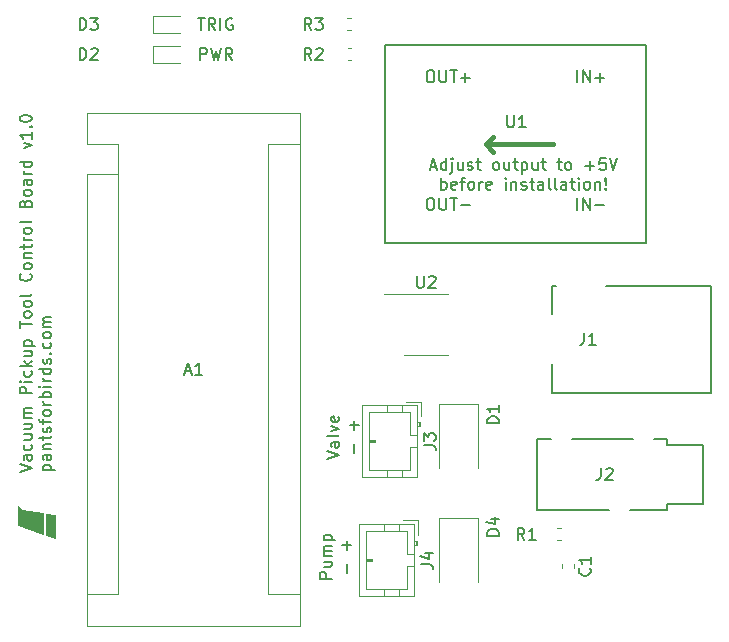
<source format=gbr>
G04 #@! TF.GenerationSoftware,KiCad,Pcbnew,(5.1.4-0)*
G04 #@! TF.CreationDate,2019-09-03T17:01:46-05:00*
G04 #@! TF.ProjectId,vacuum_pickup_tool,76616375-756d-45f7-9069-636b75705f74,rev?*
G04 #@! TF.SameCoordinates,Original*
G04 #@! TF.FileFunction,Legend,Top*
G04 #@! TF.FilePolarity,Positive*
%FSLAX46Y46*%
G04 Gerber Fmt 4.6, Leading zero omitted, Abs format (unit mm)*
G04 Created by KiCad (PCBNEW (5.1.4-0)) date 2019-09-03 17:01:46*
%MOMM*%
%LPD*%
G04 APERTURE LIST*
%ADD10C,0.150000*%
%ADD11C,0.100000*%
%ADD12C,0.120000*%
%ADD13C,0.400000*%
G04 APERTURE END LIST*
D10*
X33417857Y-14581666D02*
X33894047Y-14581666D01*
X33322619Y-14867380D02*
X33655952Y-13867380D01*
X33989285Y-14867380D01*
X34751190Y-14867380D02*
X34751190Y-13867380D01*
X34751190Y-14819761D02*
X34655952Y-14867380D01*
X34465476Y-14867380D01*
X34370238Y-14819761D01*
X34322619Y-14772142D01*
X34275000Y-14676904D01*
X34275000Y-14391190D01*
X34322619Y-14295952D01*
X34370238Y-14248333D01*
X34465476Y-14200714D01*
X34655952Y-14200714D01*
X34751190Y-14248333D01*
X35227380Y-14200714D02*
X35227380Y-15057857D01*
X35179761Y-15153095D01*
X35084523Y-15200714D01*
X35036904Y-15200714D01*
X35227380Y-13867380D02*
X35179761Y-13915000D01*
X35227380Y-13962619D01*
X35275000Y-13915000D01*
X35227380Y-13867380D01*
X35227380Y-13962619D01*
X36132142Y-14200714D02*
X36132142Y-14867380D01*
X35703571Y-14200714D02*
X35703571Y-14724523D01*
X35751190Y-14819761D01*
X35846428Y-14867380D01*
X35989285Y-14867380D01*
X36084523Y-14819761D01*
X36132142Y-14772142D01*
X36560714Y-14819761D02*
X36655952Y-14867380D01*
X36846428Y-14867380D01*
X36941666Y-14819761D01*
X36989285Y-14724523D01*
X36989285Y-14676904D01*
X36941666Y-14581666D01*
X36846428Y-14534047D01*
X36703571Y-14534047D01*
X36608333Y-14486428D01*
X36560714Y-14391190D01*
X36560714Y-14343571D01*
X36608333Y-14248333D01*
X36703571Y-14200714D01*
X36846428Y-14200714D01*
X36941666Y-14248333D01*
X37275000Y-14200714D02*
X37655952Y-14200714D01*
X37417857Y-13867380D02*
X37417857Y-14724523D01*
X37465476Y-14819761D01*
X37560714Y-14867380D01*
X37655952Y-14867380D01*
X38894047Y-14867380D02*
X38798809Y-14819761D01*
X38751190Y-14772142D01*
X38703571Y-14676904D01*
X38703571Y-14391190D01*
X38751190Y-14295952D01*
X38798809Y-14248333D01*
X38894047Y-14200714D01*
X39036904Y-14200714D01*
X39132142Y-14248333D01*
X39179761Y-14295952D01*
X39227380Y-14391190D01*
X39227380Y-14676904D01*
X39179761Y-14772142D01*
X39132142Y-14819761D01*
X39036904Y-14867380D01*
X38894047Y-14867380D01*
X40084523Y-14200714D02*
X40084523Y-14867380D01*
X39655952Y-14200714D02*
X39655952Y-14724523D01*
X39703571Y-14819761D01*
X39798809Y-14867380D01*
X39941666Y-14867380D01*
X40036904Y-14819761D01*
X40084523Y-14772142D01*
X40417857Y-14200714D02*
X40798809Y-14200714D01*
X40560714Y-13867380D02*
X40560714Y-14724523D01*
X40608333Y-14819761D01*
X40703571Y-14867380D01*
X40798809Y-14867380D01*
X41132142Y-14200714D02*
X41132142Y-15200714D01*
X41132142Y-14248333D02*
X41227380Y-14200714D01*
X41417857Y-14200714D01*
X41513095Y-14248333D01*
X41560714Y-14295952D01*
X41608333Y-14391190D01*
X41608333Y-14676904D01*
X41560714Y-14772142D01*
X41513095Y-14819761D01*
X41417857Y-14867380D01*
X41227380Y-14867380D01*
X41132142Y-14819761D01*
X42465476Y-14200714D02*
X42465476Y-14867380D01*
X42036904Y-14200714D02*
X42036904Y-14724523D01*
X42084523Y-14819761D01*
X42179761Y-14867380D01*
X42322619Y-14867380D01*
X42417857Y-14819761D01*
X42465476Y-14772142D01*
X42798809Y-14200714D02*
X43179761Y-14200714D01*
X42941666Y-13867380D02*
X42941666Y-14724523D01*
X42989285Y-14819761D01*
X43084523Y-14867380D01*
X43179761Y-14867380D01*
X44132142Y-14200714D02*
X44513095Y-14200714D01*
X44275000Y-13867380D02*
X44275000Y-14724523D01*
X44322619Y-14819761D01*
X44417857Y-14867380D01*
X44513095Y-14867380D01*
X44989285Y-14867380D02*
X44894047Y-14819761D01*
X44846428Y-14772142D01*
X44798809Y-14676904D01*
X44798809Y-14391190D01*
X44846428Y-14295952D01*
X44894047Y-14248333D01*
X44989285Y-14200714D01*
X45132142Y-14200714D01*
X45227380Y-14248333D01*
X45275000Y-14295952D01*
X45322619Y-14391190D01*
X45322619Y-14676904D01*
X45275000Y-14772142D01*
X45227380Y-14819761D01*
X45132142Y-14867380D01*
X44989285Y-14867380D01*
X46513095Y-14486428D02*
X47275000Y-14486428D01*
X46894047Y-14867380D02*
X46894047Y-14105476D01*
X48227380Y-13867380D02*
X47751190Y-13867380D01*
X47703571Y-14343571D01*
X47751190Y-14295952D01*
X47846428Y-14248333D01*
X48084523Y-14248333D01*
X48179761Y-14295952D01*
X48227380Y-14343571D01*
X48275000Y-14438809D01*
X48275000Y-14676904D01*
X48227380Y-14772142D01*
X48179761Y-14819761D01*
X48084523Y-14867380D01*
X47846428Y-14867380D01*
X47751190Y-14819761D01*
X47703571Y-14772142D01*
X48560714Y-13867380D02*
X48894047Y-14867380D01*
X49227380Y-13867380D01*
X34298809Y-16517380D02*
X34298809Y-15517380D01*
X34298809Y-15898333D02*
X34394047Y-15850714D01*
X34584523Y-15850714D01*
X34679761Y-15898333D01*
X34727380Y-15945952D01*
X34775000Y-16041190D01*
X34775000Y-16326904D01*
X34727380Y-16422142D01*
X34679761Y-16469761D01*
X34584523Y-16517380D01*
X34394047Y-16517380D01*
X34298809Y-16469761D01*
X35584523Y-16469761D02*
X35489285Y-16517380D01*
X35298809Y-16517380D01*
X35203571Y-16469761D01*
X35155952Y-16374523D01*
X35155952Y-15993571D01*
X35203571Y-15898333D01*
X35298809Y-15850714D01*
X35489285Y-15850714D01*
X35584523Y-15898333D01*
X35632142Y-15993571D01*
X35632142Y-16088809D01*
X35155952Y-16184047D01*
X35917857Y-15850714D02*
X36298809Y-15850714D01*
X36060714Y-16517380D02*
X36060714Y-15660238D01*
X36108333Y-15565000D01*
X36203571Y-15517380D01*
X36298809Y-15517380D01*
X36775000Y-16517380D02*
X36679761Y-16469761D01*
X36632142Y-16422142D01*
X36584523Y-16326904D01*
X36584523Y-16041190D01*
X36632142Y-15945952D01*
X36679761Y-15898333D01*
X36775000Y-15850714D01*
X36917857Y-15850714D01*
X37013095Y-15898333D01*
X37060714Y-15945952D01*
X37108333Y-16041190D01*
X37108333Y-16326904D01*
X37060714Y-16422142D01*
X37013095Y-16469761D01*
X36917857Y-16517380D01*
X36775000Y-16517380D01*
X37536904Y-16517380D02*
X37536904Y-15850714D01*
X37536904Y-16041190D02*
X37584523Y-15945952D01*
X37632142Y-15898333D01*
X37727380Y-15850714D01*
X37822619Y-15850714D01*
X38536904Y-16469761D02*
X38441666Y-16517380D01*
X38251190Y-16517380D01*
X38155952Y-16469761D01*
X38108333Y-16374523D01*
X38108333Y-15993571D01*
X38155952Y-15898333D01*
X38251190Y-15850714D01*
X38441666Y-15850714D01*
X38536904Y-15898333D01*
X38584523Y-15993571D01*
X38584523Y-16088809D01*
X38108333Y-16184047D01*
X39775000Y-16517380D02*
X39775000Y-15850714D01*
X39775000Y-15517380D02*
X39727380Y-15565000D01*
X39775000Y-15612619D01*
X39822619Y-15565000D01*
X39775000Y-15517380D01*
X39775000Y-15612619D01*
X40251190Y-15850714D02*
X40251190Y-16517380D01*
X40251190Y-15945952D02*
X40298809Y-15898333D01*
X40394047Y-15850714D01*
X40536904Y-15850714D01*
X40632142Y-15898333D01*
X40679761Y-15993571D01*
X40679761Y-16517380D01*
X41108333Y-16469761D02*
X41203571Y-16517380D01*
X41394047Y-16517380D01*
X41489285Y-16469761D01*
X41536904Y-16374523D01*
X41536904Y-16326904D01*
X41489285Y-16231666D01*
X41394047Y-16184047D01*
X41251190Y-16184047D01*
X41155952Y-16136428D01*
X41108333Y-16041190D01*
X41108333Y-15993571D01*
X41155952Y-15898333D01*
X41251190Y-15850714D01*
X41394047Y-15850714D01*
X41489285Y-15898333D01*
X41822619Y-15850714D02*
X42203571Y-15850714D01*
X41965476Y-15517380D02*
X41965476Y-16374523D01*
X42013095Y-16469761D01*
X42108333Y-16517380D01*
X42203571Y-16517380D01*
X42965476Y-16517380D02*
X42965476Y-15993571D01*
X42917857Y-15898333D01*
X42822619Y-15850714D01*
X42632142Y-15850714D01*
X42536904Y-15898333D01*
X42965476Y-16469761D02*
X42870238Y-16517380D01*
X42632142Y-16517380D01*
X42536904Y-16469761D01*
X42489285Y-16374523D01*
X42489285Y-16279285D01*
X42536904Y-16184047D01*
X42632142Y-16136428D01*
X42870238Y-16136428D01*
X42965476Y-16088809D01*
X43584523Y-16517380D02*
X43489285Y-16469761D01*
X43441666Y-16374523D01*
X43441666Y-15517380D01*
X44108333Y-16517380D02*
X44013095Y-16469761D01*
X43965476Y-16374523D01*
X43965476Y-15517380D01*
X44917857Y-16517380D02*
X44917857Y-15993571D01*
X44870238Y-15898333D01*
X44775000Y-15850714D01*
X44584523Y-15850714D01*
X44489285Y-15898333D01*
X44917857Y-16469761D02*
X44822619Y-16517380D01*
X44584523Y-16517380D01*
X44489285Y-16469761D01*
X44441666Y-16374523D01*
X44441666Y-16279285D01*
X44489285Y-16184047D01*
X44584523Y-16136428D01*
X44822619Y-16136428D01*
X44917857Y-16088809D01*
X45251190Y-15850714D02*
X45632142Y-15850714D01*
X45394047Y-15517380D02*
X45394047Y-16374523D01*
X45441666Y-16469761D01*
X45536904Y-16517380D01*
X45632142Y-16517380D01*
X45965476Y-16517380D02*
X45965476Y-15850714D01*
X45965476Y-15517380D02*
X45917857Y-15565000D01*
X45965476Y-15612619D01*
X46013095Y-15565000D01*
X45965476Y-15517380D01*
X45965476Y-15612619D01*
X46584523Y-16517380D02*
X46489285Y-16469761D01*
X46441666Y-16422142D01*
X46394047Y-16326904D01*
X46394047Y-16041190D01*
X46441666Y-15945952D01*
X46489285Y-15898333D01*
X46584523Y-15850714D01*
X46727380Y-15850714D01*
X46822619Y-15898333D01*
X46870238Y-15945952D01*
X46917857Y-16041190D01*
X46917857Y-16326904D01*
X46870238Y-16422142D01*
X46822619Y-16469761D01*
X46727380Y-16517380D01*
X46584523Y-16517380D01*
X47346428Y-15850714D02*
X47346428Y-16517380D01*
X47346428Y-15945952D02*
X47394047Y-15898333D01*
X47489285Y-15850714D01*
X47632142Y-15850714D01*
X47727380Y-15898333D01*
X47775000Y-15993571D01*
X47775000Y-16517380D01*
X48251190Y-16422142D02*
X48298809Y-16469761D01*
X48251190Y-16517380D01*
X48203571Y-16469761D01*
X48251190Y-16422142D01*
X48251190Y-16517380D01*
X48251190Y-16136428D02*
X48203571Y-15565000D01*
X48251190Y-15517380D01*
X48298809Y-15565000D01*
X48251190Y-16136428D01*
X48251190Y-15517380D01*
X-1372619Y-40447261D02*
X-372619Y-40113928D01*
X-1372619Y-39780595D01*
X-372619Y-39018690D02*
X-896428Y-39018690D01*
X-991666Y-39066309D01*
X-1039285Y-39161547D01*
X-1039285Y-39352023D01*
X-991666Y-39447261D01*
X-420238Y-39018690D02*
X-372619Y-39113928D01*
X-372619Y-39352023D01*
X-420238Y-39447261D01*
X-515476Y-39494880D01*
X-610714Y-39494880D01*
X-705952Y-39447261D01*
X-753571Y-39352023D01*
X-753571Y-39113928D01*
X-801190Y-39018690D01*
X-420238Y-38113928D02*
X-372619Y-38209166D01*
X-372619Y-38399642D01*
X-420238Y-38494880D01*
X-467857Y-38542500D01*
X-563095Y-38590119D01*
X-848809Y-38590119D01*
X-944047Y-38542500D01*
X-991666Y-38494880D01*
X-1039285Y-38399642D01*
X-1039285Y-38209166D01*
X-991666Y-38113928D01*
X-1039285Y-37256785D02*
X-372619Y-37256785D01*
X-1039285Y-37685357D02*
X-515476Y-37685357D01*
X-420238Y-37637738D01*
X-372619Y-37542500D01*
X-372619Y-37399642D01*
X-420238Y-37304404D01*
X-467857Y-37256785D01*
X-1039285Y-36352023D02*
X-372619Y-36352023D01*
X-1039285Y-36780595D02*
X-515476Y-36780595D01*
X-420238Y-36732976D01*
X-372619Y-36637738D01*
X-372619Y-36494880D01*
X-420238Y-36399642D01*
X-467857Y-36352023D01*
X-372619Y-35875833D02*
X-1039285Y-35875833D01*
X-944047Y-35875833D02*
X-991666Y-35828214D01*
X-1039285Y-35732976D01*
X-1039285Y-35590119D01*
X-991666Y-35494880D01*
X-896428Y-35447261D01*
X-372619Y-35447261D01*
X-896428Y-35447261D02*
X-991666Y-35399642D01*
X-1039285Y-35304404D01*
X-1039285Y-35161547D01*
X-991666Y-35066309D01*
X-896428Y-35018690D01*
X-372619Y-35018690D01*
X-372619Y-33780595D02*
X-1372619Y-33780595D01*
X-1372619Y-33399642D01*
X-1324999Y-33304404D01*
X-1277380Y-33256785D01*
X-1182142Y-33209166D01*
X-1039285Y-33209166D01*
X-944047Y-33256785D01*
X-896428Y-33304404D01*
X-848809Y-33399642D01*
X-848809Y-33780595D01*
X-372619Y-32780595D02*
X-1039285Y-32780595D01*
X-1372619Y-32780595D02*
X-1324999Y-32828214D01*
X-1277380Y-32780595D01*
X-1324999Y-32732976D01*
X-1372619Y-32780595D01*
X-1277380Y-32780595D01*
X-420238Y-31875833D02*
X-372619Y-31971071D01*
X-372619Y-32161547D01*
X-420238Y-32256785D01*
X-467857Y-32304404D01*
X-563095Y-32352023D01*
X-848809Y-32352023D01*
X-944047Y-32304404D01*
X-991666Y-32256785D01*
X-1039285Y-32161547D01*
X-1039285Y-31971071D01*
X-991666Y-31875833D01*
X-372619Y-31447261D02*
X-1372619Y-31447261D01*
X-753571Y-31352023D02*
X-372619Y-31066309D01*
X-1039285Y-31066309D02*
X-658333Y-31447261D01*
X-1039285Y-30209166D02*
X-372619Y-30209166D01*
X-1039285Y-30637738D02*
X-515476Y-30637738D01*
X-420238Y-30590119D01*
X-372619Y-30494880D01*
X-372619Y-30352023D01*
X-420238Y-30256785D01*
X-467857Y-30209166D01*
X-1039285Y-29732976D02*
X-39285Y-29732976D01*
X-991666Y-29732976D02*
X-1039285Y-29637738D01*
X-1039285Y-29447261D01*
X-991666Y-29352023D01*
X-944047Y-29304404D01*
X-848809Y-29256785D01*
X-563095Y-29256785D01*
X-467857Y-29304404D01*
X-420238Y-29352023D01*
X-372619Y-29447261D01*
X-372619Y-29637738D01*
X-420238Y-29732976D01*
X-1372619Y-28209166D02*
X-1372619Y-27637738D01*
X-372619Y-27923452D02*
X-1372619Y-27923452D01*
X-372619Y-27161547D02*
X-420238Y-27256785D01*
X-467857Y-27304404D01*
X-563095Y-27352023D01*
X-848809Y-27352023D01*
X-944047Y-27304404D01*
X-991666Y-27256785D01*
X-1039285Y-27161547D01*
X-1039285Y-27018690D01*
X-991666Y-26923452D01*
X-944047Y-26875833D01*
X-848809Y-26828214D01*
X-563095Y-26828214D01*
X-467857Y-26875833D01*
X-420238Y-26923452D01*
X-372619Y-27018690D01*
X-372619Y-27161547D01*
X-372619Y-26256785D02*
X-420238Y-26352023D01*
X-467857Y-26399642D01*
X-563095Y-26447261D01*
X-848809Y-26447261D01*
X-944047Y-26399642D01*
X-991666Y-26352023D01*
X-1039285Y-26256785D01*
X-1039285Y-26113928D01*
X-991666Y-26018690D01*
X-944047Y-25971071D01*
X-848809Y-25923452D01*
X-563095Y-25923452D01*
X-467857Y-25971071D01*
X-420238Y-26018690D01*
X-372619Y-26113928D01*
X-372619Y-26256785D01*
X-372619Y-25352023D02*
X-420238Y-25447261D01*
X-515476Y-25494880D01*
X-1372619Y-25494880D01*
X-467857Y-23637738D02*
X-420238Y-23685357D01*
X-372619Y-23828214D01*
X-372619Y-23923452D01*
X-420238Y-24066309D01*
X-515476Y-24161547D01*
X-610714Y-24209166D01*
X-801190Y-24256785D01*
X-944047Y-24256785D01*
X-1134523Y-24209166D01*
X-1229761Y-24161547D01*
X-1324999Y-24066309D01*
X-1372619Y-23923452D01*
X-1372619Y-23828214D01*
X-1324999Y-23685357D01*
X-1277380Y-23637738D01*
X-372619Y-23066309D02*
X-420238Y-23161547D01*
X-467857Y-23209166D01*
X-563095Y-23256785D01*
X-848809Y-23256785D01*
X-944047Y-23209166D01*
X-991666Y-23161547D01*
X-1039285Y-23066309D01*
X-1039285Y-22923452D01*
X-991666Y-22828214D01*
X-944047Y-22780595D01*
X-848809Y-22732976D01*
X-563095Y-22732976D01*
X-467857Y-22780595D01*
X-420238Y-22828214D01*
X-372619Y-22923452D01*
X-372619Y-23066309D01*
X-1039285Y-22304404D02*
X-372619Y-22304404D01*
X-944047Y-22304404D02*
X-991666Y-22256785D01*
X-1039285Y-22161547D01*
X-1039285Y-22018690D01*
X-991666Y-21923452D01*
X-896428Y-21875833D01*
X-372619Y-21875833D01*
X-1039285Y-21542500D02*
X-1039285Y-21161547D01*
X-1372619Y-21399642D02*
X-515476Y-21399642D01*
X-420238Y-21352023D01*
X-372619Y-21256785D01*
X-372619Y-21161547D01*
X-372619Y-20828214D02*
X-1039285Y-20828214D01*
X-848809Y-20828214D02*
X-944047Y-20780595D01*
X-991666Y-20732976D01*
X-1039285Y-20637738D01*
X-1039285Y-20542500D01*
X-372619Y-20066309D02*
X-420238Y-20161547D01*
X-467857Y-20209166D01*
X-563095Y-20256785D01*
X-848809Y-20256785D01*
X-944047Y-20209166D01*
X-991666Y-20161547D01*
X-1039285Y-20066309D01*
X-1039285Y-19923452D01*
X-991666Y-19828214D01*
X-944047Y-19780595D01*
X-848809Y-19732976D01*
X-563095Y-19732976D01*
X-467857Y-19780595D01*
X-420238Y-19828214D01*
X-372619Y-19923452D01*
X-372619Y-20066309D01*
X-372619Y-19161547D02*
X-420238Y-19256785D01*
X-515476Y-19304404D01*
X-1372619Y-19304404D01*
X-896428Y-17685357D02*
X-848809Y-17542500D01*
X-801190Y-17494880D01*
X-705952Y-17447261D01*
X-563095Y-17447261D01*
X-467857Y-17494880D01*
X-420238Y-17542500D01*
X-372619Y-17637738D01*
X-372619Y-18018690D01*
X-1372619Y-18018690D01*
X-1372619Y-17685357D01*
X-1324999Y-17590119D01*
X-1277380Y-17542500D01*
X-1182142Y-17494880D01*
X-1086904Y-17494880D01*
X-991666Y-17542500D01*
X-944047Y-17590119D01*
X-896428Y-17685357D01*
X-896428Y-18018690D01*
X-372619Y-16875833D02*
X-420238Y-16971071D01*
X-467857Y-17018690D01*
X-563095Y-17066309D01*
X-848809Y-17066309D01*
X-944047Y-17018690D01*
X-991666Y-16971071D01*
X-1039285Y-16875833D01*
X-1039285Y-16732976D01*
X-991666Y-16637738D01*
X-944047Y-16590119D01*
X-848809Y-16542500D01*
X-563095Y-16542500D01*
X-467857Y-16590119D01*
X-420238Y-16637738D01*
X-372619Y-16732976D01*
X-372619Y-16875833D01*
X-372619Y-15685357D02*
X-896428Y-15685357D01*
X-991666Y-15732976D01*
X-1039285Y-15828214D01*
X-1039285Y-16018690D01*
X-991666Y-16113928D01*
X-420238Y-15685357D02*
X-372619Y-15780595D01*
X-372619Y-16018690D01*
X-420238Y-16113928D01*
X-515476Y-16161547D01*
X-610714Y-16161547D01*
X-705952Y-16113928D01*
X-753571Y-16018690D01*
X-753571Y-15780595D01*
X-801190Y-15685357D01*
X-372619Y-15209166D02*
X-1039285Y-15209166D01*
X-848809Y-15209166D02*
X-944047Y-15161547D01*
X-991666Y-15113928D01*
X-1039285Y-15018690D01*
X-1039285Y-14923452D01*
X-372619Y-14161547D02*
X-1372619Y-14161547D01*
X-420238Y-14161547D02*
X-372619Y-14256785D01*
X-372619Y-14447261D01*
X-420238Y-14542500D01*
X-467857Y-14590119D01*
X-563095Y-14637738D01*
X-848809Y-14637738D01*
X-944047Y-14590119D01*
X-991666Y-14542500D01*
X-1039285Y-14447261D01*
X-1039285Y-14256785D01*
X-991666Y-14161547D01*
X-1039285Y-13018690D02*
X-372619Y-12780595D01*
X-1039285Y-12542500D01*
X-372619Y-11637738D02*
X-372619Y-12209166D01*
X-372619Y-11923452D02*
X-1372619Y-11923452D01*
X-1229761Y-12018690D01*
X-1134523Y-12113928D01*
X-1086904Y-12209166D01*
X-467857Y-11209166D02*
X-420238Y-11161547D01*
X-372619Y-11209166D01*
X-420238Y-11256785D01*
X-467857Y-11209166D01*
X-372619Y-11209166D01*
X-1372619Y-10542500D02*
X-1372619Y-10447261D01*
X-1324999Y-10352023D01*
X-1277380Y-10304404D01*
X-1182142Y-10256785D01*
X-991666Y-10209166D01*
X-753571Y-10209166D01*
X-563095Y-10256785D01*
X-467857Y-10304404D01*
X-420238Y-10352023D01*
X-372619Y-10447261D01*
X-372619Y-10542500D01*
X-420238Y-10637738D01*
X-467857Y-10685357D01*
X-563095Y-10732976D01*
X-753571Y-10780595D01*
X-991666Y-10780595D01*
X-1182142Y-10732976D01*
X-1277380Y-10685357D01*
X-1324999Y-10637738D01*
X-1372619Y-10542500D01*
X610714Y-40304404D02*
X1610714Y-40304404D01*
X658333Y-40304404D02*
X610714Y-40209166D01*
X610714Y-40018690D01*
X658333Y-39923452D01*
X705952Y-39875833D01*
X801190Y-39828214D01*
X1086904Y-39828214D01*
X1182142Y-39875833D01*
X1229761Y-39923452D01*
X1277380Y-40018690D01*
X1277380Y-40209166D01*
X1229761Y-40304404D01*
X1277380Y-38971071D02*
X753571Y-38971071D01*
X658333Y-39018690D01*
X610714Y-39113928D01*
X610714Y-39304404D01*
X658333Y-39399642D01*
X1229761Y-38971071D02*
X1277380Y-39066309D01*
X1277380Y-39304404D01*
X1229761Y-39399642D01*
X1134523Y-39447261D01*
X1039285Y-39447261D01*
X944047Y-39399642D01*
X896428Y-39304404D01*
X896428Y-39066309D01*
X848809Y-38971071D01*
X610714Y-38494880D02*
X1277380Y-38494880D01*
X705952Y-38494880D02*
X658333Y-38447261D01*
X610714Y-38352023D01*
X610714Y-38209166D01*
X658333Y-38113928D01*
X753571Y-38066309D01*
X1277380Y-38066309D01*
X610714Y-37732976D02*
X610714Y-37352023D01*
X277380Y-37590119D02*
X1134523Y-37590119D01*
X1229761Y-37542500D01*
X1277380Y-37447261D01*
X1277380Y-37352023D01*
X1229761Y-37066309D02*
X1277380Y-36971071D01*
X1277380Y-36780595D01*
X1229761Y-36685357D01*
X1134523Y-36637738D01*
X1086904Y-36637738D01*
X991666Y-36685357D01*
X944047Y-36780595D01*
X944047Y-36923452D01*
X896428Y-37018690D01*
X801190Y-37066309D01*
X753571Y-37066309D01*
X658333Y-37018690D01*
X610714Y-36923452D01*
X610714Y-36780595D01*
X658333Y-36685357D01*
X610714Y-36352023D02*
X610714Y-35971071D01*
X1277380Y-36209166D02*
X420238Y-36209166D01*
X325000Y-36161547D01*
X277380Y-36066309D01*
X277380Y-35971071D01*
X1277380Y-35494880D02*
X1229761Y-35590119D01*
X1182142Y-35637738D01*
X1086904Y-35685357D01*
X801190Y-35685357D01*
X705952Y-35637738D01*
X658333Y-35590119D01*
X610714Y-35494880D01*
X610714Y-35352023D01*
X658333Y-35256785D01*
X705952Y-35209166D01*
X801190Y-35161547D01*
X1086904Y-35161547D01*
X1182142Y-35209166D01*
X1229761Y-35256785D01*
X1277380Y-35352023D01*
X1277380Y-35494880D01*
X1277380Y-34732976D02*
X610714Y-34732976D01*
X801190Y-34732976D02*
X705952Y-34685357D01*
X658333Y-34637738D01*
X610714Y-34542500D01*
X610714Y-34447261D01*
X1277380Y-34113928D02*
X277380Y-34113928D01*
X658333Y-34113928D02*
X610714Y-34018690D01*
X610714Y-33828214D01*
X658333Y-33732976D01*
X705952Y-33685357D01*
X801190Y-33637738D01*
X1086904Y-33637738D01*
X1182142Y-33685357D01*
X1229761Y-33732976D01*
X1277380Y-33828214D01*
X1277380Y-34018690D01*
X1229761Y-34113928D01*
X1277380Y-33209166D02*
X610714Y-33209166D01*
X277380Y-33209166D02*
X325000Y-33256785D01*
X372619Y-33209166D01*
X325000Y-33161547D01*
X277380Y-33209166D01*
X372619Y-33209166D01*
X1277380Y-32732976D02*
X610714Y-32732976D01*
X801190Y-32732976D02*
X705952Y-32685357D01*
X658333Y-32637738D01*
X610714Y-32542500D01*
X610714Y-32447261D01*
X1277380Y-31685357D02*
X277380Y-31685357D01*
X1229761Y-31685357D02*
X1277380Y-31780595D01*
X1277380Y-31971071D01*
X1229761Y-32066309D01*
X1182142Y-32113928D01*
X1086904Y-32161547D01*
X801190Y-32161547D01*
X705952Y-32113928D01*
X658333Y-32066309D01*
X610714Y-31971071D01*
X610714Y-31780595D01*
X658333Y-31685357D01*
X1229761Y-31256785D02*
X1277380Y-31161547D01*
X1277380Y-30971071D01*
X1229761Y-30875833D01*
X1134523Y-30828214D01*
X1086904Y-30828214D01*
X991666Y-30875833D01*
X944047Y-30971071D01*
X944047Y-31113928D01*
X896428Y-31209166D01*
X801190Y-31256785D01*
X753571Y-31256785D01*
X658333Y-31209166D01*
X610714Y-31113928D01*
X610714Y-30971071D01*
X658333Y-30875833D01*
X1182142Y-30399642D02*
X1229761Y-30352023D01*
X1277380Y-30399642D01*
X1229761Y-30447261D01*
X1182142Y-30399642D01*
X1277380Y-30399642D01*
X1229761Y-29494880D02*
X1277380Y-29590119D01*
X1277380Y-29780595D01*
X1229761Y-29875833D01*
X1182142Y-29923452D01*
X1086904Y-29971071D01*
X801190Y-29971071D01*
X705952Y-29923452D01*
X658333Y-29875833D01*
X610714Y-29780595D01*
X610714Y-29590119D01*
X658333Y-29494880D01*
X1277380Y-28923452D02*
X1229761Y-29018690D01*
X1182142Y-29066309D01*
X1086904Y-29113928D01*
X801190Y-29113928D01*
X705952Y-29066309D01*
X658333Y-29018690D01*
X610714Y-28923452D01*
X610714Y-28780595D01*
X658333Y-28685357D01*
X705952Y-28637738D01*
X801190Y-28590119D01*
X1086904Y-28590119D01*
X1182142Y-28637738D01*
X1229761Y-28685357D01*
X1277380Y-28780595D01*
X1277380Y-28923452D01*
X1277380Y-28161547D02*
X610714Y-28161547D01*
X705952Y-28161547D02*
X658333Y-28113928D01*
X610714Y-28018690D01*
X610714Y-27875833D01*
X658333Y-27780595D01*
X753571Y-27732976D01*
X1277380Y-27732976D01*
X753571Y-27732976D02*
X658333Y-27685357D01*
X610714Y-27590119D01*
X610714Y-27447261D01*
X658333Y-27352023D01*
X753571Y-27304404D01*
X1277380Y-27304404D01*
X25027380Y-49458333D02*
X24027380Y-49458333D01*
X24027380Y-49077380D01*
X24075000Y-48982142D01*
X24122619Y-48934523D01*
X24217857Y-48886904D01*
X24360714Y-48886904D01*
X24455952Y-48934523D01*
X24503571Y-48982142D01*
X24551190Y-49077380D01*
X24551190Y-49458333D01*
X24360714Y-48029761D02*
X25027380Y-48029761D01*
X24360714Y-48458333D02*
X24884523Y-48458333D01*
X24979761Y-48410714D01*
X25027380Y-48315476D01*
X25027380Y-48172619D01*
X24979761Y-48077380D01*
X24932142Y-48029761D01*
X25027380Y-47553571D02*
X24360714Y-47553571D01*
X24455952Y-47553571D02*
X24408333Y-47505952D01*
X24360714Y-47410714D01*
X24360714Y-47267857D01*
X24408333Y-47172619D01*
X24503571Y-47125000D01*
X25027380Y-47125000D01*
X24503571Y-47125000D02*
X24408333Y-47077380D01*
X24360714Y-46982142D01*
X24360714Y-46839285D01*
X24408333Y-46744047D01*
X24503571Y-46696428D01*
X25027380Y-46696428D01*
X24360714Y-46220238D02*
X25360714Y-46220238D01*
X24408333Y-46220238D02*
X24360714Y-46125000D01*
X24360714Y-45934523D01*
X24408333Y-45839285D01*
X24455952Y-45791666D01*
X24551190Y-45744047D01*
X24836904Y-45744047D01*
X24932142Y-45791666D01*
X24979761Y-45839285D01*
X25027380Y-45934523D01*
X25027380Y-46125000D01*
X24979761Y-46220238D01*
X26296428Y-49005952D02*
X26296428Y-48244047D01*
X26296428Y-47005952D02*
X26296428Y-46244047D01*
X26677380Y-46625000D02*
X25915476Y-46625000D01*
X24662380Y-39322142D02*
X25662380Y-38988809D01*
X24662380Y-38655476D01*
X25662380Y-37893571D02*
X25138571Y-37893571D01*
X25043333Y-37941190D01*
X24995714Y-38036428D01*
X24995714Y-38226904D01*
X25043333Y-38322142D01*
X25614761Y-37893571D02*
X25662380Y-37988809D01*
X25662380Y-38226904D01*
X25614761Y-38322142D01*
X25519523Y-38369761D01*
X25424285Y-38369761D01*
X25329047Y-38322142D01*
X25281428Y-38226904D01*
X25281428Y-37988809D01*
X25233809Y-37893571D01*
X25662380Y-37274523D02*
X25614761Y-37369761D01*
X25519523Y-37417380D01*
X24662380Y-37417380D01*
X24995714Y-36988809D02*
X25662380Y-36750714D01*
X24995714Y-36512619D01*
X25614761Y-35750714D02*
X25662380Y-35845952D01*
X25662380Y-36036428D01*
X25614761Y-36131666D01*
X25519523Y-36179285D01*
X25138571Y-36179285D01*
X25043333Y-36131666D01*
X24995714Y-36036428D01*
X24995714Y-35845952D01*
X25043333Y-35750714D01*
X25138571Y-35703095D01*
X25233809Y-35703095D01*
X25329047Y-36179285D01*
X26931428Y-38845952D02*
X26931428Y-38084047D01*
X26931428Y-36845952D02*
X26931428Y-36084047D01*
X27312380Y-36465000D02*
X26550476Y-36465000D01*
X13716190Y-1992380D02*
X14287619Y-1992380D01*
X14001904Y-2992380D02*
X14001904Y-1992380D01*
X15192380Y-2992380D02*
X14859047Y-2516190D01*
X14620952Y-2992380D02*
X14620952Y-1992380D01*
X15001904Y-1992380D01*
X15097142Y-2040000D01*
X15144761Y-2087619D01*
X15192380Y-2182857D01*
X15192380Y-2325714D01*
X15144761Y-2420952D01*
X15097142Y-2468571D01*
X15001904Y-2516190D01*
X14620952Y-2516190D01*
X15620952Y-2992380D02*
X15620952Y-1992380D01*
X16620952Y-2040000D02*
X16525714Y-1992380D01*
X16382857Y-1992380D01*
X16240000Y-2040000D01*
X16144761Y-2135238D01*
X16097142Y-2230476D01*
X16049523Y-2420952D01*
X16049523Y-2563809D01*
X16097142Y-2754285D01*
X16144761Y-2849523D01*
X16240000Y-2944761D01*
X16382857Y-2992380D01*
X16478095Y-2992380D01*
X16620952Y-2944761D01*
X16668571Y-2897142D01*
X16668571Y-2563809D01*
X16478095Y-2563809D01*
X13906666Y-5532380D02*
X13906666Y-4532380D01*
X14287619Y-4532380D01*
X14382857Y-4580000D01*
X14430476Y-4627619D01*
X14478095Y-4722857D01*
X14478095Y-4865714D01*
X14430476Y-4960952D01*
X14382857Y-5008571D01*
X14287619Y-5056190D01*
X13906666Y-5056190D01*
X14811428Y-4532380D02*
X15049523Y-5532380D01*
X15240000Y-4818095D01*
X15430476Y-5532380D01*
X15668571Y-4532380D01*
X16620952Y-5532380D02*
X16287619Y-5056190D01*
X16049523Y-5532380D02*
X16049523Y-4532380D01*
X16430476Y-4532380D01*
X16525714Y-4580000D01*
X16573333Y-4627619D01*
X16620952Y-4722857D01*
X16620952Y-4865714D01*
X16573333Y-4960952D01*
X16525714Y-5008571D01*
X16430476Y-5056190D01*
X16049523Y-5056190D01*
D11*
G36*
X825500Y-43954700D02*
G01*
X825500Y-45770800D01*
X1587500Y-46050200D01*
X1587500Y-44069000D01*
X825500Y-43954700D01*
G37*
X825500Y-43954700D02*
X825500Y-45770800D01*
X1587500Y-46050200D01*
X1587500Y-44069000D01*
X825500Y-43954700D01*
G36*
X-1524000Y-43307000D02*
G01*
X-1524000Y-44894500D01*
X571500Y-45669200D01*
X571500Y-43916600D01*
X-1143000Y-43662600D01*
X-1524000Y-43307000D01*
G37*
X-1524000Y-43307000D02*
X-1524000Y-44894500D01*
X571500Y-45669200D01*
X571500Y-43916600D01*
X-1143000Y-43662600D01*
X-1524000Y-43307000D01*
D12*
X37464000Y-34700000D02*
X37464000Y-40100000D01*
X34164000Y-34700000D02*
X34164000Y-40100000D01*
X37464000Y-34700000D02*
X34164000Y-34700000D01*
X9945000Y-5815000D02*
X12230000Y-5815000D01*
X9945000Y-4345000D02*
X9945000Y-5815000D01*
X12230000Y-4345000D02*
X9945000Y-4345000D01*
X9945000Y-3275000D02*
X12230000Y-3275000D01*
X9945000Y-1805000D02*
X9945000Y-3275000D01*
X12230000Y-1805000D02*
X9945000Y-1805000D01*
X37464000Y-44320000D02*
X37464000Y-49720000D01*
X34164000Y-44320000D02*
X34164000Y-49720000D01*
X37464000Y-44320000D02*
X34164000Y-44320000D01*
D10*
X44069000Y-24710000D02*
X43650000Y-24710000D01*
X43650000Y-33710000D02*
X43650000Y-31314000D01*
X43650000Y-27051000D02*
X43650000Y-24710000D01*
X57150000Y-24710000D02*
X48260000Y-24710000D01*
X57150000Y-33710000D02*
X43650000Y-33710000D01*
X57150000Y-33710000D02*
X57150000Y-24710000D01*
X56435000Y-43140000D02*
X56435000Y-38140000D01*
X48546000Y-43640000D02*
X42435000Y-43640000D01*
X53435000Y-43640000D02*
X53435000Y-43140000D01*
X53435000Y-43140000D02*
X56435000Y-43140000D01*
X53435000Y-37640000D02*
X52356000Y-37640000D01*
X53435000Y-38123500D02*
X56435000Y-38123500D01*
X53435000Y-38123500D02*
X53435000Y-37640000D01*
X42435000Y-43640000D02*
X42435000Y-37640000D01*
X50514000Y-37640000D02*
X45371000Y-37640000D01*
X43593000Y-37640000D02*
X42435000Y-37640000D01*
X53435000Y-43640000D02*
X50324000Y-43640000D01*
D12*
X32590000Y-34470000D02*
X31340000Y-34470000D01*
X32590000Y-35720000D02*
X32590000Y-34470000D01*
X28180000Y-37830000D02*
X28680000Y-37830000D01*
X28680000Y-37930000D02*
X28180000Y-37930000D01*
X28680000Y-37730000D02*
X28680000Y-37930000D01*
X28180000Y-37730000D02*
X28680000Y-37730000D01*
X29680000Y-40890000D02*
X29680000Y-40280000D01*
X30980000Y-40890000D02*
X30980000Y-40280000D01*
X29680000Y-34770000D02*
X29680000Y-35380000D01*
X30980000Y-34770000D02*
X30980000Y-35380000D01*
X31680000Y-38330000D02*
X32290000Y-38330000D01*
X31680000Y-40280000D02*
X31680000Y-38330000D01*
X28180000Y-40280000D02*
X31680000Y-40280000D01*
X28180000Y-35380000D02*
X28180000Y-40280000D01*
X31680000Y-35380000D02*
X28180000Y-35380000D01*
X31680000Y-37330000D02*
X31680000Y-35380000D01*
X32290000Y-37330000D02*
X31680000Y-37330000D01*
X32390000Y-36530000D02*
X32390000Y-36230000D01*
X32490000Y-36230000D02*
X32290000Y-36230000D01*
X32490000Y-36530000D02*
X32490000Y-36230000D01*
X32290000Y-36530000D02*
X32490000Y-36530000D01*
X32290000Y-40890000D02*
X32290000Y-34770000D01*
X27570000Y-40890000D02*
X32290000Y-40890000D01*
X27570000Y-34770000D02*
X27570000Y-40890000D01*
X32290000Y-34770000D02*
X27570000Y-34770000D01*
X32336000Y-44535000D02*
X31086000Y-44535000D01*
X32336000Y-45785000D02*
X32336000Y-44535000D01*
X27926000Y-47895000D02*
X28426000Y-47895000D01*
X28426000Y-47995000D02*
X27926000Y-47995000D01*
X28426000Y-47795000D02*
X28426000Y-47995000D01*
X27926000Y-47795000D02*
X28426000Y-47795000D01*
X29426000Y-50955000D02*
X29426000Y-50345000D01*
X30726000Y-50955000D02*
X30726000Y-50345000D01*
X29426000Y-44835000D02*
X29426000Y-45445000D01*
X30726000Y-44835000D02*
X30726000Y-45445000D01*
X31426000Y-48395000D02*
X32036000Y-48395000D01*
X31426000Y-50345000D02*
X31426000Y-48395000D01*
X27926000Y-50345000D02*
X31426000Y-50345000D01*
X27926000Y-45445000D02*
X27926000Y-50345000D01*
X31426000Y-45445000D02*
X27926000Y-45445000D01*
X31426000Y-47395000D02*
X31426000Y-45445000D01*
X32036000Y-47395000D02*
X31426000Y-47395000D01*
X32136000Y-46595000D02*
X32136000Y-46295000D01*
X32236000Y-46295000D02*
X32036000Y-46295000D01*
X32236000Y-46595000D02*
X32236000Y-46295000D01*
X32036000Y-46595000D02*
X32236000Y-46595000D01*
X32036000Y-50955000D02*
X32036000Y-44835000D01*
X27316000Y-50955000D02*
X32036000Y-50955000D01*
X27316000Y-44835000D02*
X27316000Y-50955000D01*
X32036000Y-44835000D02*
X27316000Y-44835000D01*
X44134721Y-46230000D02*
X44460279Y-46230000D01*
X44134721Y-45210000D02*
X44460279Y-45210000D01*
X26705779Y-4570000D02*
X26380221Y-4570000D01*
X26705779Y-5590000D02*
X26380221Y-5590000D01*
X26680279Y-2030000D02*
X26354721Y-2030000D01*
X26680279Y-3050000D02*
X26354721Y-3050000D01*
D13*
X38100000Y-12700000D02*
X38735000Y-12065000D01*
X38100000Y-12700000D02*
X38735000Y-13335000D01*
X43815000Y-12700000D02*
X38100000Y-12700000D01*
D10*
X29591000Y-21082000D02*
X29591000Y-4318000D01*
X51689000Y-21082000D02*
X51689000Y-4318000D01*
X51689000Y-4318000D02*
X29591000Y-4318000D01*
X51689000Y-21082000D02*
X29591000Y-21082000D01*
D12*
X22355000Y-10030000D02*
X4315000Y-10030000D01*
X22355000Y-53470000D02*
X22355000Y-10030000D01*
X4315000Y-53470000D02*
X22355000Y-53470000D01*
X6985000Y-50800000D02*
X4315000Y-50800000D01*
X6985000Y-15240000D02*
X6985000Y-50800000D01*
X6985000Y-15240000D02*
X4315000Y-15240000D01*
X19685000Y-50800000D02*
X22355000Y-50800000D01*
X19685000Y-12700000D02*
X19685000Y-50800000D01*
X19685000Y-12700000D02*
X22355000Y-12700000D01*
X4315000Y-10030000D02*
X4315000Y-12700000D01*
X4315000Y-15240000D02*
X4315000Y-53470000D01*
X6985000Y-12700000D02*
X4315000Y-12700000D01*
X6985000Y-15240000D02*
X6985000Y-12700000D01*
X44575000Y-48249721D02*
X44575000Y-48575279D01*
X45595000Y-48249721D02*
X45595000Y-48575279D01*
X33020000Y-25350000D02*
X29495000Y-25350000D01*
X33020000Y-25350000D02*
X34900000Y-25350000D01*
X33020000Y-30530000D02*
X31140000Y-30530000D01*
X33020000Y-30530000D02*
X34900000Y-30530000D01*
D10*
X39187380Y-36298095D02*
X38187380Y-36298095D01*
X38187380Y-36060000D01*
X38235000Y-35917142D01*
X38330238Y-35821904D01*
X38425476Y-35774285D01*
X38615952Y-35726666D01*
X38758809Y-35726666D01*
X38949285Y-35774285D01*
X39044523Y-35821904D01*
X39139761Y-35917142D01*
X39187380Y-36060000D01*
X39187380Y-36298095D01*
X39187380Y-34774285D02*
X39187380Y-35345714D01*
X39187380Y-35060000D02*
X38187380Y-35060000D01*
X38330238Y-35155238D01*
X38425476Y-35250476D01*
X38473095Y-35345714D01*
X3706904Y-5532380D02*
X3706904Y-4532380D01*
X3945000Y-4532380D01*
X4087857Y-4580000D01*
X4183095Y-4675238D01*
X4230714Y-4770476D01*
X4278333Y-4960952D01*
X4278333Y-5103809D01*
X4230714Y-5294285D01*
X4183095Y-5389523D01*
X4087857Y-5484761D01*
X3945000Y-5532380D01*
X3706904Y-5532380D01*
X4659285Y-4627619D02*
X4706904Y-4580000D01*
X4802142Y-4532380D01*
X5040238Y-4532380D01*
X5135476Y-4580000D01*
X5183095Y-4627619D01*
X5230714Y-4722857D01*
X5230714Y-4818095D01*
X5183095Y-4960952D01*
X4611666Y-5532380D01*
X5230714Y-5532380D01*
X3706904Y-2992380D02*
X3706904Y-1992380D01*
X3945000Y-1992380D01*
X4087857Y-2040000D01*
X4183095Y-2135238D01*
X4230714Y-2230476D01*
X4278333Y-2420952D01*
X4278333Y-2563809D01*
X4230714Y-2754285D01*
X4183095Y-2849523D01*
X4087857Y-2944761D01*
X3945000Y-2992380D01*
X3706904Y-2992380D01*
X4611666Y-1992380D02*
X5230714Y-1992380D01*
X4897380Y-2373333D01*
X5040238Y-2373333D01*
X5135476Y-2420952D01*
X5183095Y-2468571D01*
X5230714Y-2563809D01*
X5230714Y-2801904D01*
X5183095Y-2897142D01*
X5135476Y-2944761D01*
X5040238Y-2992380D01*
X4754523Y-2992380D01*
X4659285Y-2944761D01*
X4611666Y-2897142D01*
X39187380Y-45823095D02*
X38187380Y-45823095D01*
X38187380Y-45585000D01*
X38235000Y-45442142D01*
X38330238Y-45346904D01*
X38425476Y-45299285D01*
X38615952Y-45251666D01*
X38758809Y-45251666D01*
X38949285Y-45299285D01*
X39044523Y-45346904D01*
X39139761Y-45442142D01*
X39187380Y-45585000D01*
X39187380Y-45823095D01*
X38520714Y-44394523D02*
X39187380Y-44394523D01*
X38139761Y-44632619D02*
X38854047Y-44870714D01*
X38854047Y-44251666D01*
X46402666Y-28662380D02*
X46402666Y-29376666D01*
X46355047Y-29519523D01*
X46259809Y-29614761D01*
X46116952Y-29662380D01*
X46021714Y-29662380D01*
X47402666Y-29662380D02*
X46831238Y-29662380D01*
X47116952Y-29662380D02*
X47116952Y-28662380D01*
X47021714Y-28805238D01*
X46926476Y-28900476D01*
X46831238Y-28948095D01*
X47831666Y-40092380D02*
X47831666Y-40806666D01*
X47784047Y-40949523D01*
X47688809Y-41044761D01*
X47545952Y-41092380D01*
X47450714Y-41092380D01*
X48260238Y-40187619D02*
X48307857Y-40140000D01*
X48403095Y-40092380D01*
X48641190Y-40092380D01*
X48736428Y-40140000D01*
X48784047Y-40187619D01*
X48831666Y-40282857D01*
X48831666Y-40378095D01*
X48784047Y-40520952D01*
X48212619Y-41092380D01*
X48831666Y-41092380D01*
X32832380Y-38163333D02*
X33546666Y-38163333D01*
X33689523Y-38210952D01*
X33784761Y-38306190D01*
X33832380Y-38449047D01*
X33832380Y-38544285D01*
X32832380Y-37782380D02*
X32832380Y-37163333D01*
X33213333Y-37496666D01*
X33213333Y-37353809D01*
X33260952Y-37258571D01*
X33308571Y-37210952D01*
X33403809Y-37163333D01*
X33641904Y-37163333D01*
X33737142Y-37210952D01*
X33784761Y-37258571D01*
X33832380Y-37353809D01*
X33832380Y-37639523D01*
X33784761Y-37734761D01*
X33737142Y-37782380D01*
X32578380Y-48228333D02*
X33292666Y-48228333D01*
X33435523Y-48275952D01*
X33530761Y-48371190D01*
X33578380Y-48514047D01*
X33578380Y-48609285D01*
X32911714Y-47323571D02*
X33578380Y-47323571D01*
X32530761Y-47561666D02*
X33245047Y-47799761D01*
X33245047Y-47180714D01*
X41362333Y-46172380D02*
X41029000Y-45696190D01*
X40790904Y-46172380D02*
X40790904Y-45172380D01*
X41171857Y-45172380D01*
X41267095Y-45220000D01*
X41314714Y-45267619D01*
X41362333Y-45362857D01*
X41362333Y-45505714D01*
X41314714Y-45600952D01*
X41267095Y-45648571D01*
X41171857Y-45696190D01*
X40790904Y-45696190D01*
X42314714Y-46172380D02*
X41743285Y-46172380D01*
X42029000Y-46172380D02*
X42029000Y-45172380D01*
X41933761Y-45315238D01*
X41838523Y-45410476D01*
X41743285Y-45458095D01*
X23328333Y-5532380D02*
X22995000Y-5056190D01*
X22756904Y-5532380D02*
X22756904Y-4532380D01*
X23137857Y-4532380D01*
X23233095Y-4580000D01*
X23280714Y-4627619D01*
X23328333Y-4722857D01*
X23328333Y-4865714D01*
X23280714Y-4960952D01*
X23233095Y-5008571D01*
X23137857Y-5056190D01*
X22756904Y-5056190D01*
X23709285Y-4627619D02*
X23756904Y-4580000D01*
X23852142Y-4532380D01*
X24090238Y-4532380D01*
X24185476Y-4580000D01*
X24233095Y-4627619D01*
X24280714Y-4722857D01*
X24280714Y-4818095D01*
X24233095Y-4960952D01*
X23661666Y-5532380D01*
X24280714Y-5532380D01*
X23328333Y-2992380D02*
X22995000Y-2516190D01*
X22756904Y-2992380D02*
X22756904Y-1992380D01*
X23137857Y-1992380D01*
X23233095Y-2040000D01*
X23280714Y-2087619D01*
X23328333Y-2182857D01*
X23328333Y-2325714D01*
X23280714Y-2420952D01*
X23233095Y-2468571D01*
X23137857Y-2516190D01*
X22756904Y-2516190D01*
X23661666Y-1992380D02*
X24280714Y-1992380D01*
X23947380Y-2373333D01*
X24090238Y-2373333D01*
X24185476Y-2420952D01*
X24233095Y-2468571D01*
X24280714Y-2563809D01*
X24280714Y-2801904D01*
X24233095Y-2897142D01*
X24185476Y-2944761D01*
X24090238Y-2992380D01*
X23804523Y-2992380D01*
X23709285Y-2944761D01*
X23661666Y-2897142D01*
X39878095Y-10247380D02*
X39878095Y-11056904D01*
X39925714Y-11152142D01*
X39973333Y-11199761D01*
X40068571Y-11247380D01*
X40259047Y-11247380D01*
X40354285Y-11199761D01*
X40401904Y-11152142D01*
X40449523Y-11056904D01*
X40449523Y-10247380D01*
X41449523Y-11247380D02*
X40878095Y-11247380D01*
X41163809Y-11247380D02*
X41163809Y-10247380D01*
X41068571Y-10390238D01*
X40973333Y-10485476D01*
X40878095Y-10533095D01*
X45847142Y-7437380D02*
X45847142Y-6437380D01*
X46323333Y-7437380D02*
X46323333Y-6437380D01*
X46894761Y-7437380D01*
X46894761Y-6437380D01*
X47370952Y-7056428D02*
X48132857Y-7056428D01*
X47751904Y-7437380D02*
X47751904Y-6675476D01*
X45847142Y-18232380D02*
X45847142Y-17232380D01*
X46323333Y-18232380D02*
X46323333Y-17232380D01*
X46894761Y-18232380D01*
X46894761Y-17232380D01*
X47370952Y-17851428D02*
X48132857Y-17851428D01*
X33305952Y-6437380D02*
X33496428Y-6437380D01*
X33591666Y-6485000D01*
X33686904Y-6580238D01*
X33734523Y-6770714D01*
X33734523Y-7104047D01*
X33686904Y-7294523D01*
X33591666Y-7389761D01*
X33496428Y-7437380D01*
X33305952Y-7437380D01*
X33210714Y-7389761D01*
X33115476Y-7294523D01*
X33067857Y-7104047D01*
X33067857Y-6770714D01*
X33115476Y-6580238D01*
X33210714Y-6485000D01*
X33305952Y-6437380D01*
X34163095Y-6437380D02*
X34163095Y-7246904D01*
X34210714Y-7342142D01*
X34258333Y-7389761D01*
X34353571Y-7437380D01*
X34544047Y-7437380D01*
X34639285Y-7389761D01*
X34686904Y-7342142D01*
X34734523Y-7246904D01*
X34734523Y-6437380D01*
X35067857Y-6437380D02*
X35639285Y-6437380D01*
X35353571Y-7437380D02*
X35353571Y-6437380D01*
X35972619Y-7056428D02*
X36734523Y-7056428D01*
X36353571Y-7437380D02*
X36353571Y-6675476D01*
X33305952Y-17232380D02*
X33496428Y-17232380D01*
X33591666Y-17280000D01*
X33686904Y-17375238D01*
X33734523Y-17565714D01*
X33734523Y-17899047D01*
X33686904Y-18089523D01*
X33591666Y-18184761D01*
X33496428Y-18232380D01*
X33305952Y-18232380D01*
X33210714Y-18184761D01*
X33115476Y-18089523D01*
X33067857Y-17899047D01*
X33067857Y-17565714D01*
X33115476Y-17375238D01*
X33210714Y-17280000D01*
X33305952Y-17232380D01*
X34163095Y-17232380D02*
X34163095Y-18041904D01*
X34210714Y-18137142D01*
X34258333Y-18184761D01*
X34353571Y-18232380D01*
X34544047Y-18232380D01*
X34639285Y-18184761D01*
X34686904Y-18137142D01*
X34734523Y-18041904D01*
X34734523Y-17232380D01*
X35067857Y-17232380D02*
X35639285Y-17232380D01*
X35353571Y-18232380D02*
X35353571Y-17232380D01*
X35972619Y-17851428D02*
X36734523Y-17851428D01*
X12620714Y-31916666D02*
X13096904Y-31916666D01*
X12525476Y-32202380D02*
X12858809Y-31202380D01*
X13192142Y-32202380D01*
X14049285Y-32202380D02*
X13477857Y-32202380D01*
X13763571Y-32202380D02*
X13763571Y-31202380D01*
X13668333Y-31345238D01*
X13573095Y-31440476D01*
X13477857Y-31488095D01*
X46872142Y-48579166D02*
X46919761Y-48626785D01*
X46967380Y-48769642D01*
X46967380Y-48864880D01*
X46919761Y-49007738D01*
X46824523Y-49102976D01*
X46729285Y-49150595D01*
X46538809Y-49198214D01*
X46395952Y-49198214D01*
X46205476Y-49150595D01*
X46110238Y-49102976D01*
X46015000Y-49007738D01*
X45967380Y-48864880D01*
X45967380Y-48769642D01*
X46015000Y-48626785D01*
X46062619Y-48579166D01*
X46967380Y-47626785D02*
X46967380Y-48198214D01*
X46967380Y-47912500D02*
X45967380Y-47912500D01*
X46110238Y-48007738D01*
X46205476Y-48102976D01*
X46253095Y-48198214D01*
X32258095Y-23836380D02*
X32258095Y-24645904D01*
X32305714Y-24741142D01*
X32353333Y-24788761D01*
X32448571Y-24836380D01*
X32639047Y-24836380D01*
X32734285Y-24788761D01*
X32781904Y-24741142D01*
X32829523Y-24645904D01*
X32829523Y-23836380D01*
X33258095Y-23931619D02*
X33305714Y-23884000D01*
X33400952Y-23836380D01*
X33639047Y-23836380D01*
X33734285Y-23884000D01*
X33781904Y-23931619D01*
X33829523Y-24026857D01*
X33829523Y-24122095D01*
X33781904Y-24264952D01*
X33210476Y-24836380D01*
X33829523Y-24836380D01*
M02*

</source>
